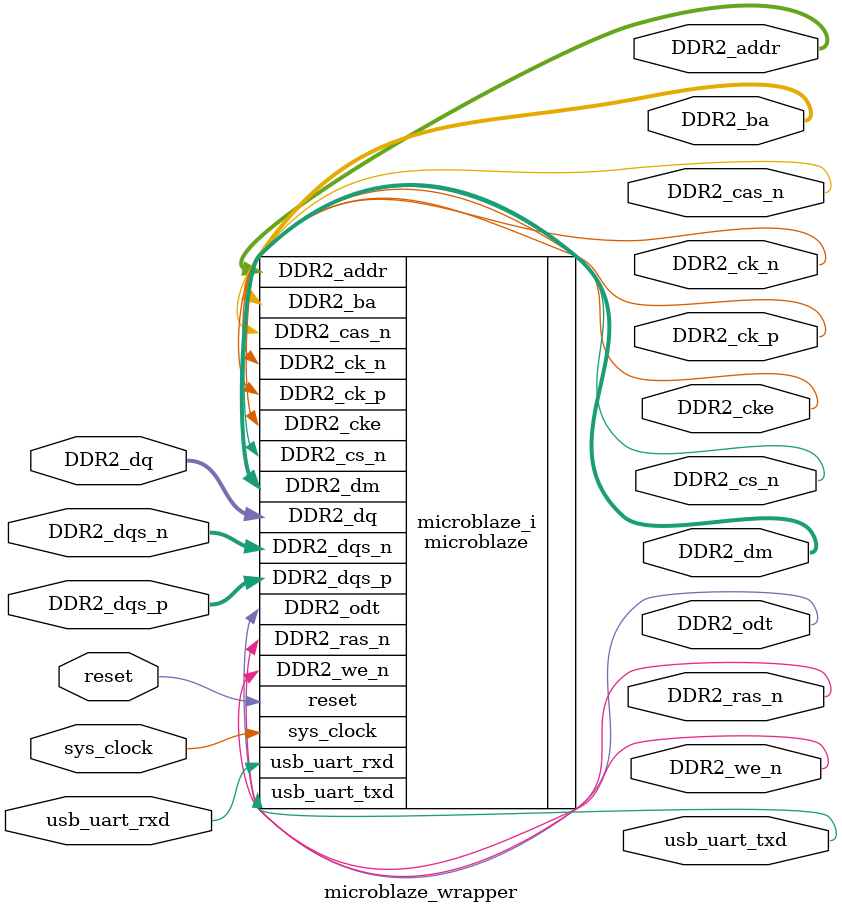
<source format=v>
`timescale 1 ps / 1 ps

module microblaze_wrapper
   (DDR2_addr,
    DDR2_ba,
    DDR2_cas_n,
    DDR2_ck_n,
    DDR2_ck_p,
    DDR2_cke,
    DDR2_cs_n,
    DDR2_dm,
    DDR2_dq,
    DDR2_dqs_n,
    DDR2_dqs_p,
    DDR2_odt,
    DDR2_ras_n,
    DDR2_we_n,
    reset,
    sys_clock,
    usb_uart_rxd,
    usb_uart_txd);
  output [12:0]DDR2_addr;
  output [2:0]DDR2_ba;
  output DDR2_cas_n;
  output [0:0]DDR2_ck_n;
  output [0:0]DDR2_ck_p;
  output [0:0]DDR2_cke;
  output [0:0]DDR2_cs_n;
  output [1:0]DDR2_dm;
  inout [15:0]DDR2_dq;
  inout [1:0]DDR2_dqs_n;
  inout [1:0]DDR2_dqs_p;
  output [0:0]DDR2_odt;
  output DDR2_ras_n;
  output DDR2_we_n;
  input reset;
  input sys_clock;
  input usb_uart_rxd;
  output usb_uart_txd;

  wire [12:0]DDR2_addr;
  wire [2:0]DDR2_ba;
  wire DDR2_cas_n;
  wire [0:0]DDR2_ck_n;
  wire [0:0]DDR2_ck_p;
  wire [0:0]DDR2_cke;
  wire [0:0]DDR2_cs_n;
  wire [1:0]DDR2_dm;
  wire [15:0]DDR2_dq;
  wire [1:0]DDR2_dqs_n;
  wire [1:0]DDR2_dqs_p;
  wire [0:0]DDR2_odt;
  wire DDR2_ras_n;
  wire DDR2_we_n;
  wire reset;
  wire sys_clock;
  wire usb_uart_rxd;
  wire usb_uart_txd;

  microblaze microblaze_i
       (.DDR2_addr(DDR2_addr),
        .DDR2_ba(DDR2_ba),
        .DDR2_cas_n(DDR2_cas_n),
        .DDR2_ck_n(DDR2_ck_n),
        .DDR2_ck_p(DDR2_ck_p),
        .DDR2_cke(DDR2_cke),
        .DDR2_cs_n(DDR2_cs_n),
        .DDR2_dm(DDR2_dm),
        .DDR2_dq(DDR2_dq),
        .DDR2_dqs_n(DDR2_dqs_n),
        .DDR2_dqs_p(DDR2_dqs_p),
        .DDR2_odt(DDR2_odt),
        .DDR2_ras_n(DDR2_ras_n),
        .DDR2_we_n(DDR2_we_n),
        .reset(reset),
        .sys_clock(sys_clock),
        .usb_uart_rxd(usb_uart_rxd),
        .usb_uart_txd(usb_uart_txd));
endmodule

</source>
